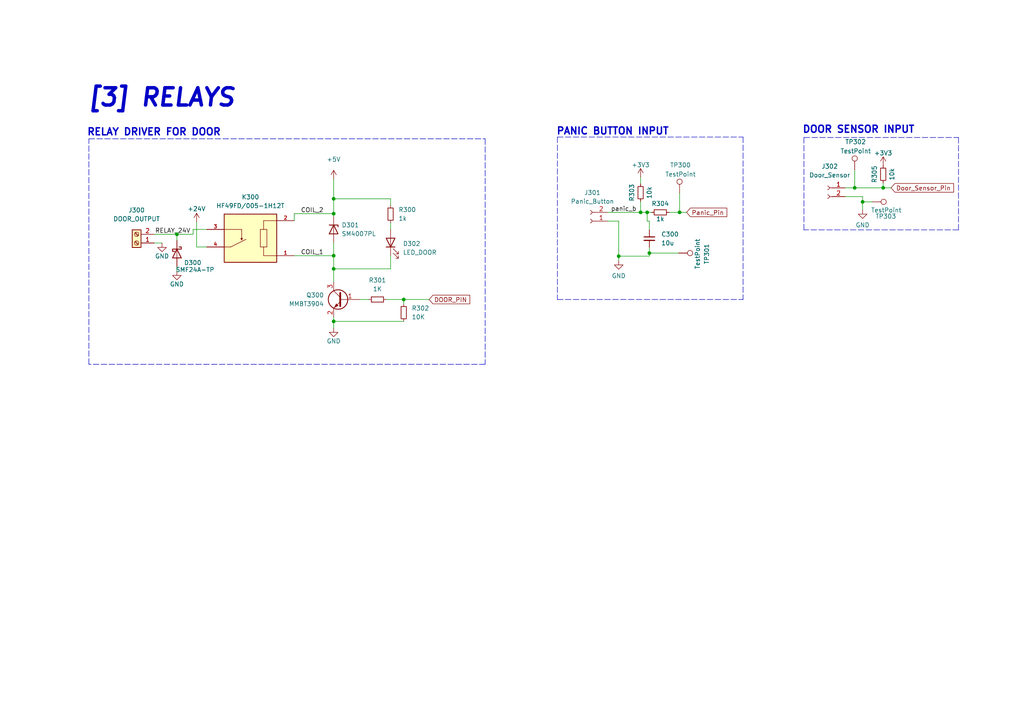
<source format=kicad_sch>
(kicad_sch (version 20211123) (generator eeschema)
  (paper "A4")
  (lib_symbols
    (symbol "Connector:Conn_01x02_Female" (pin_names (offset 1.016) hide)
      (property "Reference" "J" (at 0 2.54 0))
      (property "Value" "Conn_01x02_Female" (at 0 -5.08 0))
      (symbol "Conn_01x02_Female_1_1"
        (arc (start 0 -2.032) (mid -0.508 -2.54) (end 0 -3.048) (stroke (width 0.1524)))
        (polyline (pts (xy -1.27 -2.54) (xy -0.508 -2.54)) (stroke (width 0.1524)))
        (polyline (pts (xy -1.27 0) (xy -0.508 0)) (stroke (width 0.1524)))
        (arc (start 0 0.508) (mid -0.508 0) (end 0 -0.508) (stroke (width 0.1524)))
        (pin passive line (at -5.08 0 0) (length 3.81) (name "Pin_1") (number "1"))
        (pin passive line (at -5.08 -2.54 0) (length 3.81) (name "Pin_2") (number "2"))
      )
    )
    (symbol "Connector:Screw_Terminal_01x02" (pin_names (offset 1.016) hide)
      (property "Reference" "J" (at 0 2.54 0))
      (property "Value" "Screw_Terminal_01x02" (at 0 -5.08 0))
      (symbol "Screw_Terminal_01x02_1_1"
        (rectangle (start -1.27 1.27) (end 1.27 -3.81) (stroke (width 0.254)) (fill (type background)))
        (circle (center 0 -2.54) (radius 0.635) (stroke (width 0.1524)))
        (polyline (pts (xy -0.5334 -2.2098) (xy 0.3302 -3.048)) (stroke (width 0.1524)))
        (polyline (pts (xy -0.5334 0.3302) (xy 0.3302 -0.508)) (stroke (width 0.1524)))
        (polyline (pts (xy -0.3556 -2.032) (xy 0.508 -2.8702)) (stroke (width 0.1524)))
        (polyline (pts (xy -0.3556 0.508) (xy 0.508 -0.3302)) (stroke (width 0.1524)))
        (circle (center 0 0) (radius 0.635) (stroke (width 0.1524)))
        (pin passive line (at -5.08 0 0) (length 3.81) (name "Pin_1") (number "1"))
        (pin passive line (at -5.08 -2.54 0) (length 3.81) (name "Pin_2") (number "2"))
      )
    )
    (symbol "Connector:TestPoint" (pin_numbers hide) (pin_names (offset 0.762) hide)
      (property "Reference" "TP" (at 0 6.858 0))
      (property "Value" "TestPoint" (at 0 5.08 0))
      (symbol "TestPoint_0_1"
        (circle (center 0 3.302) (radius 0.762))
      )
      (symbol "TestPoint_1_1"
        (pin passive line (at 0 0 90) (length 2.54) (name "1") (number "1"))
      )
    )
    (symbol "Device:C_Small" (pin_numbers hide) (pin_names (offset 0.254) hide)
      (property "Reference" "C" (at 0.254 1.778 0))
      (property "Value" "C_Small" (at 0.254 -2.032 0))
      (symbol "C_Small_0_1"
        (polyline (pts (xy -1.524 -0.508) (xy 1.524 -0.508)) (stroke (width 0.3302)))
        (polyline (pts (xy -1.524 0.508) (xy 1.524 0.508)) (stroke (width 0.3048)))
      )
      (symbol "C_Small_1_1"
        (pin passive line (at 0 2.54 270) (length 2.032) (name "~") (number "1"))
        (pin passive line (at 0 -2.54 90) (length 2.032) (name "~") (number "2"))
      )
    )
    (symbol "Device:D_Schottky" (pin_numbers hide) (pin_names (offset 1.016) hide)
      (property "Reference" "D" (at 0 2.54 0))
      (property "Value" "D_Schottky" (at 0 -2.54 0))
      (symbol "D_Schottky_0_1"
        (polyline (pts (xy 1.27 0) (xy -1.27 0)))
        (polyline (pts (xy 1.27 1.27) (xy 1.27 -1.27) (xy -1.27 0) (xy 1.27 1.27)) (stroke (width 0.254)))
        (polyline (pts (xy -1.905 0.635) (xy -1.905 1.27) (xy -1.27 1.27) (xy -1.27 -1.27) (xy -0.635 -1.27) (xy -0.635 -0.635)) (stroke (width 0.254)))
      )
      (symbol "D_Schottky_1_1"
        (pin passive line (at -3.81 0 0) (length 2.54) (name "K") (number "1"))
        (pin passive line (at 3.81 0 180) (length 2.54) (name "A") (number "2"))
      )
    )
    (symbol "Device:D_Zener" (pin_numbers hide) (pin_names (offset 1.016) hide)
      (property "Reference" "D" (at 0 2.54 0))
      (property "Value" "D_Zener" (at 0 -2.54 0))
      (symbol "D_Zener_0_1"
        (polyline (pts (xy 1.27 0) (xy -1.27 0)))
        (polyline (pts (xy -1.27 -1.27) (xy -1.27 1.27) (xy -0.762 1.27)) (stroke (width 0.254)))
        (polyline (pts (xy 1.27 -1.27) (xy 1.27 1.27) (xy -1.27 0) (xy 1.27 -1.27)) (stroke (width 0.254)))
      )
      (symbol "D_Zener_1_1"
        (pin passive line (at -3.81 0 0) (length 2.54) (name "K") (number "1"))
        (pin passive line (at 3.81 0 180) (length 2.54) (name "A") (number "2"))
      )
    )
    (symbol "Device:LED" (pin_numbers hide) (pin_names (offset 1.016) hide)
      (property "Reference" "D" (at 0 2.54 0))
      (property "Value" "LED" (at 0 -2.54 0))
      (symbol "LED_0_1"
        (polyline (pts (xy -1.27 -1.27) (xy -1.27 1.27)) (stroke (width 0.254)))
        (polyline (pts (xy -1.27 0) (xy 1.27 0)))
        (polyline (pts (xy 1.27 -1.27) (xy 1.27 1.27) (xy -1.27 0) (xy 1.27 -1.27)) (stroke (width 0.254)))
        (polyline (pts (xy -3.048 -0.762) (xy -4.572 -2.286) (xy -3.81 -2.286) (xy -4.572 -2.286) (xy -4.572 -1.524)))
        (polyline (pts (xy -1.778 -0.762) (xy -3.302 -2.286) (xy -2.54 -2.286) (xy -3.302 -2.286) (xy -3.302 -1.524)))
      )
      (symbol "LED_1_1"
        (pin passive line (at -3.81 0 0) (length 2.54) (name "K") (number "1"))
        (pin passive line (at 3.81 0 180) (length 2.54) (name "A") (number "2"))
      )
    )
    (symbol "Device:R_Small" (pin_numbers hide) (pin_names (offset 0.254) hide)
      (property "Reference" "R" (at 0.762 0.508 0))
      (property "Value" "R_Small" (at 0.762 -1.016 0))
      (symbol "R_Small_0_1"
        (rectangle (start -0.762 1.778) (end 0.762 -1.778) (stroke (width 0.2032)))
      )
      (symbol "R_Small_1_1"
        (pin passive line (at 0 2.54 270) (length 0.762) (name "~") (number "1"))
        (pin passive line (at 0 -2.54 90) (length 0.762) (name "~") (number "2"))
      )
    )
    (symbol "HF49FD_005-1H12T:HF49FD{slash}005-1H12T" (pin_names (offset 1.016))
      (property "Reference" "K" (at -7.62 7.62 0))
      (property "Value" "HF49FD{slash}005-1H12T" (at -7.62 -7.62 0))
      (symbol "HF49FD{slash}005-1H12T_0_0"
        (rectangle (start -7.62 -6.985) (end 7.62 6.985) (stroke (width 0.254)) (fill (type background)))
        (polyline (pts (xy -7.62 -5.08) (xy -3.81 -5.08)) (stroke (width 0.1524)))
        (polyline (pts (xy -7.62 5.08) (xy -3.81 5.08)) (stroke (width 0.1524)))
        (polyline (pts (xy -4.7625 -2.54) (xy -4.7625 2.54)) (stroke (width 0.1524)))
        (polyline (pts (xy -4.7625 2.54) (xy -2.8575 2.54)) (stroke (width 0.1524)))
        (polyline (pts (xy -3.81 -5.08) (xy -3.81 -2.54)) (stroke (width 0.1524)))
        (polyline (pts (xy -3.81 -2.54) (xy -4.7625 -2.54)) (stroke (width 0.1524)))
        (polyline (pts (xy -3.81 5.08) (xy -3.81 2.54)) (stroke (width 0.1524)))
        (polyline (pts (xy -2.8575 -2.54) (xy -3.81 -2.54)) (stroke (width 0.1524)))
        (polyline (pts (xy -2.8575 2.54) (xy -2.8575 -2.54)) (stroke (width 0.1524)))
        (polyline (pts (xy 2.54 -2.54) (xy 2.54 0)) (stroke (width 0.1524)))
        (polyline (pts (xy 5.715 2.54) (xy 1.27 0.3175)) (stroke (width 0.1524)))
        (polyline (pts (xy 7.62 -2.54) (xy 2.54 -2.54)) (stroke (width 0.1524)))
        (polyline (pts (xy 7.62 2.54) (xy 5.715 2.54)) (stroke (width 0.1524)))
        (polyline (pts (xy 2.2225 0) (xy 2.8575 0) (xy 2.54 0.635) (xy 2.2225 0)) (stroke (width 0.0254)) (fill (type outline)))
        (pin passive line (at -12.7 5.08 0) (length 5.08) (name "~") (number "1"))
        (pin passive line (at -12.7 -5.08 0) (length 5.08) (name "~") (number "2"))
        (pin passive line (at 12.7 -2.54 180) (length 5.08) (name "~") (number "3"))
        (pin passive line (at 12.7 2.54 180) (length 5.08) (name "~") (number "4"))
      )
    )
    (symbol "Transistor_BJT:MMBT5550L" (pin_names (offset 0) hide)
      (property "Reference" "Q" (at 5.08 1.905 0))
      (property "Value" "MMBT5550L" (at 5.08 0 0))
      (symbol "MMBT5550L_0_1"
        (polyline (pts (xy 0.635 0.635) (xy 2.54 2.54)))
        (polyline (pts (xy 0.635 -0.635) (xy 2.54 -2.54) (xy 2.54 -2.54)))
        (polyline (pts (xy 0.635 1.905) (xy 0.635 -1.905) (xy 0.635 -1.905)) (stroke (width 0.508)))
        (polyline (pts (xy 1.27 -1.778) (xy 1.778 -1.27) (xy 2.286 -2.286) (xy 1.27 -1.778) (xy 1.27 -1.778)) (fill (type outline)))
        (circle (center 1.27 0) (radius 2.8194) (stroke (width 0.254)))
      )
      (symbol "MMBT5550L_1_1"
        (pin input line (at -5.08 0 0) (length 5.715) (name "B") (number "1"))
        (pin passive line (at 2.54 -5.08 90) (length 2.54) (name "E") (number "2"))
        (pin passive line (at 2.54 5.08 270) (length 2.54) (name "C") (number "3"))
      )
    )
    (symbol "power:+24V" (power) (pin_names (offset 0))
      (property "Value" "+24V" (at 0 3.556 0))
      (symbol "+24V_0_1"
        (polyline (pts (xy -0.762 1.27) (xy 0 2.54)))
        (polyline (pts (xy 0 0) (xy 0 2.54)))
        (polyline (pts (xy 0 2.54) (xy 0.762 1.27)))
      )
      (symbol "+24V_1_1"
        (pin power_in line (at 0 0 90) (length 0) hide (name "+24V") (number "1"))
      )
    )
    (symbol "power:+3.3V" (power) (pin_names (offset 0))
      (property "Value" "+3.3V" (at 0 3.556 0))
      (symbol "+3.3V_0_1"
        (polyline (pts (xy -0.762 1.27) (xy 0 2.54)))
        (polyline (pts (xy 0 0) (xy 0 2.54)))
        (polyline (pts (xy 0 2.54) (xy 0.762 1.27)))
      )
      (symbol "+3.3V_1_1"
        (pin power_in line (at 0 0 90) (length 0) hide (name "+3V3") (number "1"))
      )
    )
    (symbol "power:+5V" (power) (pin_names (offset 0))
      (property "Value" "+5V" (at 0 3.556 0))
      (symbol "+5V_0_1"
        (polyline (pts (xy -0.762 1.27) (xy 0 2.54)))
        (polyline (pts (xy 0 0) (xy 0 2.54)))
        (polyline (pts (xy 0 2.54) (xy 0.762 1.27)))
      )
      (symbol "+5V_1_1"
        (pin power_in line (at 0 0 90) (length 0) hide (name "+5V") (number "1"))
      )
    )
    (symbol "power:GND" (power) (pin_names (offset 0))
      (property "Value" "GND" (at 0 -3.81 0))
      (symbol "GND_0_1"
        (polyline (pts (xy 0 0) (xy 0 -1.27) (xy 1.27 -1.27) (xy 0 -2.54) (xy -1.27 -1.27) (xy 0 -1.27)))
      )
      (symbol "GND_1_1"
        (pin power_in line (at 0 0 270) (length 0) hide (name "GND") (number "1"))
      )
    )
  )
  (junction (at 51.308 67.945))
  (junction (at 250.19 58.547))
  (junction (at 96.774 57.658))
  (junction (at 256.159 54.483))
  (junction (at 96.774 61.976))
  (junction (at 96.774 77.978))
  (junction (at 96.774 74.168))
  (junction (at 187.706 61.595))
  (junction (at 247.904 54.483))
  (junction (at 179.451 74.295))
  (junction (at 185.801 61.595))
  (junction (at 188.341 73.406))
  (junction (at 117.094 86.868))
  (junction (at 96.774 93.218))
  (junction (at 197.104 61.595))
  (wire (pts (xy 250.19 57.023) (xy 250.19 58.547)))
  (wire (pts (xy 247.904 54.483) (xy 256.159 54.483)))
  (wire (pts (xy 96.774 91.948) (xy 96.774 93.218)))
  (wire (pts (xy 179.451 74.295) (xy 179.451 75.565)))
  (polyline (pts (xy 25.781 40.259) (xy 140.716 40.259)))
  (wire (pts (xy 113.284 57.658) (xy 96.774 57.658)))
  (wire (pts (xy 179.451 64.135) (xy 179.451 74.295)))
  (wire (pts (xy 117.094 86.868) (xy 117.094 88.138)))
  (wire (pts (xy 113.284 64.643) (xy 113.284 66.548)))
  (wire (pts (xy 256.159 53.086) (xy 256.159 54.483)))
  (polyline (pts (xy 278.003 66.675) (xy 233.172 66.675)))
  (wire (pts (xy 96.774 57.658) (xy 96.774 61.976)))
  (wire (pts (xy 185.801 51.435) (xy 185.801 53.34)))
  (polyline (pts (xy 233.172 39.878) (xy 278.003 39.878)))
  (wire (pts (xy 96.774 77.978) (xy 96.774 81.788)))
  (wire (pts (xy 188.341 74.295) (xy 179.451 74.295)))
  (wire (pts (xy 85.344 74.168) (xy 96.774 74.168)))
  (wire (pts (xy 85.344 64.008) (xy 85.344 61.976)))
  (wire (pts (xy 247.904 49.276) (xy 247.904 54.483)))
  (wire (pts (xy 245.11 57.023) (xy 250.19 57.023)))
  (wire (pts (xy 59.944 66.548) (xy 56.007 66.548)))
  (wire (pts (xy 188.341 73.406) (xy 188.341 74.295)))
  (wire (pts (xy 113.284 77.978) (xy 96.774 77.978)))
  (wire (pts (xy 187.706 64.135) (xy 187.706 61.595)))
  (wire (pts (xy 117.094 86.868) (xy 124.46 86.868)))
  (polyline (pts (xy 161.671 39.751) (xy 161.671 86.868)))
  (wire (pts (xy 197.104 61.595) (xy 199.136 61.595)))
  (polyline (pts (xy 161.671 86.868) (xy 215.519 86.868)))
  (wire (pts (xy 51.308 77.343) (xy 51.308 78.613)))
  (wire (pts (xy 187.706 61.595) (xy 185.801 61.595)))
  (wire (pts (xy 56.007 67.945) (xy 51.308 67.945)))
  (wire (pts (xy 51.308 67.945) (xy 44.704 67.945)))
  (wire (pts (xy 188.341 64.135) (xy 187.706 64.135)))
  (wire (pts (xy 176.276 64.135) (xy 179.451 64.135)))
  (wire (pts (xy 245.11 54.483) (xy 247.904 54.483)))
  (polyline (pts (xy 233.172 39.878) (xy 233.172 66.675)))
  (wire (pts (xy 96.774 51.943) (xy 96.774 57.658)))
  (wire (pts (xy 96.774 74.168) (xy 96.774 77.978)))
  (wire (pts (xy 188.341 73.406) (xy 196.85 73.406)))
  (wire (pts (xy 104.394 86.868) (xy 106.934 86.868)))
  (polyline (pts (xy 140.716 40.259) (xy 140.716 105.664)))
  (wire (pts (xy 96.774 61.976) (xy 96.774 62.738)))
  (polyline (pts (xy 161.671 39.751) (xy 215.519 39.751)))
  (wire (pts (xy 250.19 58.547) (xy 252.984 58.547)))
  (wire (pts (xy 112.014 86.868) (xy 117.094 86.868)))
  (wire (pts (xy 113.284 59.563) (xy 113.284 57.658)))
  (wire (pts (xy 250.19 58.547) (xy 250.19 60.833)))
  (polyline (pts (xy 25.781 105.664) (xy 25.781 40.259)))
  (wire (pts (xy 188.976 61.595) (xy 187.706 61.595)))
  (wire (pts (xy 96.774 93.218) (xy 96.774 95.123)))
  (wire (pts (xy 57.023 71.628) (xy 59.944 71.628)))
  (wire (pts (xy 96.774 93.218) (xy 117.094 93.218)))
  (wire (pts (xy 57.023 64.389) (xy 57.023 71.628)))
  (wire (pts (xy 176.276 61.595) (xy 185.801 61.595)))
  (wire (pts (xy 51.308 67.945) (xy 51.308 69.723)))
  (polyline (pts (xy 215.519 39.751) (xy 215.519 86.868)))
  (wire (pts (xy 194.056 61.595) (xy 197.104 61.595)))
  (polyline (pts (xy 140.716 105.664) (xy 25.781 105.664)))
  (wire (pts (xy 113.284 74.168) (xy 113.284 77.978)))
  (wire (pts (xy 185.801 58.42) (xy 185.801 61.595)))
  (polyline (pts (xy 278.003 39.878) (xy 278.003 66.675)))
  (wire (pts (xy 96.774 70.358) (xy 96.774 74.168)))
  (wire (pts (xy 56.007 66.548) (xy 56.007 67.945)))
  (wire (pts (xy 256.159 54.483) (xy 258.445 54.483)))
  (wire (pts (xy 188.341 71.755) (xy 188.341 73.406)))
  (wire (pts (xy 188.341 64.135) (xy 188.341 66.675)))
  (wire (pts (xy 197.104 56.007) (xy 197.104 61.595)))
  (wire (pts (xy 85.344 61.976) (xy 96.774 61.976)))
  (wire (pts (xy 44.704 70.485) (xy 46.99 70.485)))
  (text "DOOR SENSOR INPUT" (at 232.664 38.862 0) (effects (font (size 2.032 2.032) bold) (justify left bottom)))
  (text "PANIC BUTTON INPUT" (at 161.29 39.37 0) (effects (font (size 2.032 2.032) bold) (justify left bottom)))
  (text "[3] RELAYS" (at 25.146 31.369 0) (effects (font (size 5.0038 5.0038) (thickness 1.0008) bold italic) (justify left bottom)))
  (text "RELAY DRIVER FOR DOOR" (at 25.146 39.624 0) (effects (font (size 2.032 2.032) bold) (justify left bottom)))
  (label "panic_b" (at 177.165 61.595 0))
  (label "COIL_1" (at 87.249 74.168 0))
  (label "COIL_2" (at 87.249 61.976 0))
  (label "RELAY_24V" (at 44.958 67.945 0))
  (global_label "Door_Sensor_Pin" (shape input) (at 258.445 54.483 0) (property "Intersheet References" "${INTERSHEET_REFS}" (effects hide)))
  (global_label "Panic_Pin" (shape input) (at 199.136 61.595 0) (property "Intersheet References" "${INTERSHEET_REFS}" (effects hide)))
  (global_label "DOOR_PIN" (shape input) (at 124.46 86.868 0) (property "Intersheet References" "${INTERSHEET_REFS}" (effects hide)))
  (symbol (lib_id "power:GND") (at 51.308 78.613 0) (unit 1)
    (property "Reference" "#PWR0130" (effects hide))
    (property "Value" "GND" (at 51.308 82.423 0))
  )
  (symbol (lib_id "power:GND") (at 179.451 75.565 0) (unit 1)
    (property "Reference" "#PWR0128" (effects hide))
    (property "Value" "GND" (at 179.451 80.01 0))
  )
  (symbol (lib_id "HF49FD_005-1H12T:HF49FD{slash}005-1H12T") (at 72.644 69.088 180) (unit 1)
    (property "Reference" "K300" (at 72.644 57.15 0))
    (property "Value" "HF49FD/005-1H12T" (at 72.644 59.69 0))
    (property "Footprint" "HF49FD_005-1H11F:HF49FD0051H11F" (effects hide))
    (property "PARTREV" "1.13" (effects hide))
    (property "STANDARD" "Manufacturer Recommendations" (effects hide))
    (property "MAXIMUM_PACKAGE_HEIGHT" "12.80mm" (effects hide))
    (property "MANUFACTURER" "HONGFA" (effects hide))
  )
  (symbol (lib_id "Connector:Conn_01x02_Female") (at 240.03 54.483 0) (mirror y) (unit 1)
    (property "Reference" "J302" (at 240.665 48.26 0))
    (property "Value" "Door_Sensor" (at 240.665 50.8 0))
    (property "Footprint" "Connector_Phoenix_MSTB:PhoenixContact_MSTBA_2,5_2-G-5,08_1x02_P5.08mm_Horizontal" (effects hide))
  )
  (symbol (lib_id "Device:C_Small") (at 188.341 69.215 0) (unit 1)
    (property "Reference" "C300" (at 191.77 67.9512 0) (effects (justify left)))
    (property "Value" "10u" (at 191.77 70.4912 0) (effects (justify left)))
    (property "Footprint" "Capacitor_SMD:C_0603_1608Metric" (effects hide))
    (property "LCSC" "C19702" (effects hide))
  )
  (symbol (lib_id "power:GND") (at 250.19 60.833 0) (unit 1)
    (property "Reference" "#PWR0129" (effects hide))
    (property "Value" "GND" (at 250.19 65.278 0))
  )
  (symbol (lib_id "power:+5V") (at 96.774 51.943 0) (unit 1)
    (property "Reference" "#PWR0132" (effects hide))
    (property "Value" "+5V" (at 96.774 46.228 0))
  )
  (symbol (lib_id "Transistor_BJT:MMBT5550L") (at 99.314 86.868 0) (mirror y) (unit 1)
    (property "Reference" "Q300" (at 93.98 85.5979 0) (effects (justify left)))
    (property "Value" "MMBT3904" (at 93.98 88.1379 0) (effects (justify left)))
    (property "Footprint" "Package_TO_SOT_SMD:SOT-23" (effects hide))
    (property "Datasheet" "www.onsemi.com/pub/Collateral/MMBT5550LT1-D.PDF" (effects hide))
    (property "LCSC" "C20526" (effects hide))
  )
  (symbol (lib_id "Device:R_Small") (at 191.516 61.595 270) (unit 1)
    (property "Reference" "R304" (at 191.516 59.055 90))
    (property "Value" "1k" (at 191.516 63.5 90))
    (property "Footprint" "Resistor_SMD:R_0603_1608Metric" (effects hide))
    (property "LCSC" "C21190" (effects hide))
  )
  (symbol (lib_id "power:GND") (at 46.99 70.485 0) (unit 1)
    (property "Reference" "#PWR0133" (effects hide))
    (property "Value" "GND" (at 46.99 74.295 0))
  )
  (symbol (lib_id "Connector:TestPoint") (at 252.984 58.547 270) (unit 1)
    (property "Reference" "TP303" (at 253.873 62.738 90) (effects (justify left)))
    (property "Value" "TestPoint" (at 252.603 60.96 90) (effects (justify left)))
    (property "Footprint" "TestPoint:TestPoint_Pad_D2.0mm" (effects hide))
  )
  (symbol (lib_id "power:GND") (at 96.774 95.123 0) (unit 1)
    (property "Reference" "#PWR0131" (effects hide))
    (property "Value" "GND" (at 96.774 98.933 0))
  )
  (symbol (lib_id "power:+3.3V") (at 256.159 48.006 0) (unit 1)
    (property "Reference" "#PWR0118" (effects hide))
    (property "Value" "+3.3V" (at 256.159 44.4015 0))
  )
  (symbol (lib_id "Device:LED") (at 113.284 70.358 90) (unit 1)
    (property "Reference" "D302" (at 116.84 70.6754 90) (effects (justify right)))
    (property "Value" "LED_DOOR" (at 116.84 73.2154 90) (effects (justify right)))
    (property "Footprint" "LED_SMD:LED_0603_1608Metric" (effects hide))
    (property "LCSC" "C72038" (effects hide))
  )
  (symbol (lib_id "Device:R_Small") (at 113.284 62.103 180) (unit 1)
    (property "Reference" "R300" (at 115.57 60.8329 0) (effects (justify right)))
    (property "Value" "1k" (at 115.57 63.3729 0) (effects (justify right)))
    (property "Footprint" "Resistor_SMD:R_0603_1608Metric" (effects hide))
    (property "LCSC" "C21190" (effects hide))
  )
  (symbol (lib_id "Connector:Conn_01x02_Female") (at 171.196 64.135 180) (unit 1)
    (property "Reference" "J301" (at 171.831 55.88 0))
    (property "Value" "Panic_Button" (at 171.831 58.42 0))
    (property "Footprint" "Connector_Phoenix_MSTB:PhoenixContact_MSTBA_2,5_2-G-5,08_1x02_P5.08mm_Horizontal" (effects hide))
  )
  (symbol (lib_id "Connector:TestPoint") (at 196.85 73.406 270) (unit 1)
    (property "Reference" "TP301" (at 204.978 70.612 0) (effects (justify left)))
    (property "Value" "TestPoint" (at 202.311 69.215 0) (effects (justify left)))
    (property "Footprint" "TestPoint:TestPoint_Pad_D2.0mm" (effects hide))
  )
  (symbol (lib_id "Device:D_Zener") (at 96.774 66.548 270) (unit 1)
    (property "Reference" "D301" (at 99.06 65.2779 90) (effects (justify left)))
    (property "Value" "SM4007PL" (at 99.06 67.8179 90) (effects (justify left)))
    (property "Footprint" "Jose_:SOD_123FL" (effects hide))
    (property "LCSC" "C64898" (effects hide))
  )
  (symbol (lib_id "Connector:Screw_Terminal_01x02") (at 39.624 70.485 180) (unit 1)
    (property "Reference" "J300" (at 39.624 60.96 0))
    (property "Value" "DOOR_OUTPUT" (at 39.624 63.5 0))
    (property "Footprint" "Connector_Phoenix_MSTB:PhoenixContact_MSTBA_2,5_2-G-5,08_1x02_P5.08mm_Horizontal" (effects hide))
  )
  (symbol (lib_id "power:+24V") (at 57.023 64.389 0) (unit 1)
    (property "Reference" "#PWR0134" (effects hide))
    (property "Value" "+24V" (at 57.023 60.579 0))
  )
  (symbol (lib_id "Device:R_Small") (at 185.801 55.88 0) (unit 1)
    (property "Reference" "R303" (at 183.261 55.88 90))
    (property "Value" "10k" (at 188.341 55.88 90))
    (property "Footprint" "Resistor_SMD:R_0603_1608Metric" (effects hide))
    (property "LCSC" "C25804" (effects hide))
  )
  (symbol (lib_id "Connector:TestPoint") (at 197.104 56.007 0) (unit 1)
    (property "Reference" "TP300" (at 194.31 47.879 0) (effects (justify left)))
    (property "Value" "TestPoint" (at 192.913 50.546 0) (effects (justify left)))
    (property "Footprint" "TestPoint:TestPoint_Pad_D2.0mm" (effects hide))
  )
  (symbol (lib_id "Connector:TestPoint") (at 247.904 49.276 0) (unit 1)
    (property "Reference" "TP302" (at 245.11 41.148 0) (effects (justify left)))
    (property "Value" "TestPoint" (at 243.713 43.815 0) (effects (justify left)))
    (property "Footprint" "TestPoint:TestPoint_Pad_D2.0mm" (effects hide))
  )
  (symbol (lib_id "power:+3.3V") (at 185.801 51.435 0) (unit 1)
    (property "Reference" "#PWR0127" (effects hide))
    (property "Value" "+3.3V" (at 185.801 47.8305 0))
  )
  (symbol (lib_id "Device:D_Schottky") (at 51.308 73.533 270) (unit 1)
    (property "Reference" "D300" (at 53.34 76.2 90) (effects (justify left)))
    (property "Value" "SMF24A-TP" (at 50.927 78.232 90) (effects (justify left)))
    (property "Footprint" "Jose_:SOD_123FL" (effects hide))
    (property "LCSC" "C545276" (effects hide))
  )
  (symbol (lib_id "Device:R_Small") (at 117.094 90.678 180) (unit 1)
    (property "Reference" "R302" (at 119.38 89.4079 0) (effects (justify right)))
    (property "Value" "10K" (at 119.38 91.9479 0) (effects (justify right)))
    (property "Footprint" "Resistor_SMD:R_0603_1608Metric" (effects hide))
    (property "LCSC" "C25804" (effects hide))
  )
  (symbol (lib_id "Device:R_Small") (at 109.474 86.868 270) (unit 1)
    (property "Reference" "R301" (at 109.474 81.28 90))
    (property "Value" "1K" (at 109.474 83.82 90))
    (property "Footprint" "Resistor_SMD:R_0603_1608Metric" (effects hide))
    (property "LCSC" "C21190" (effects hide))
  )
  (symbol (lib_id "Device:R_Small") (at 256.159 50.546 0) (unit 1)
    (property "Reference" "R305" (at 253.619 50.546 90))
    (property "Value" "10k" (at 258.699 50.546 90))
    (property "Footprint" "Resistor_SMD:R_0603_1608Metric" (effects hide))
    (property "LCSC" "C25804" (effects hide))
  )
)
</source>
